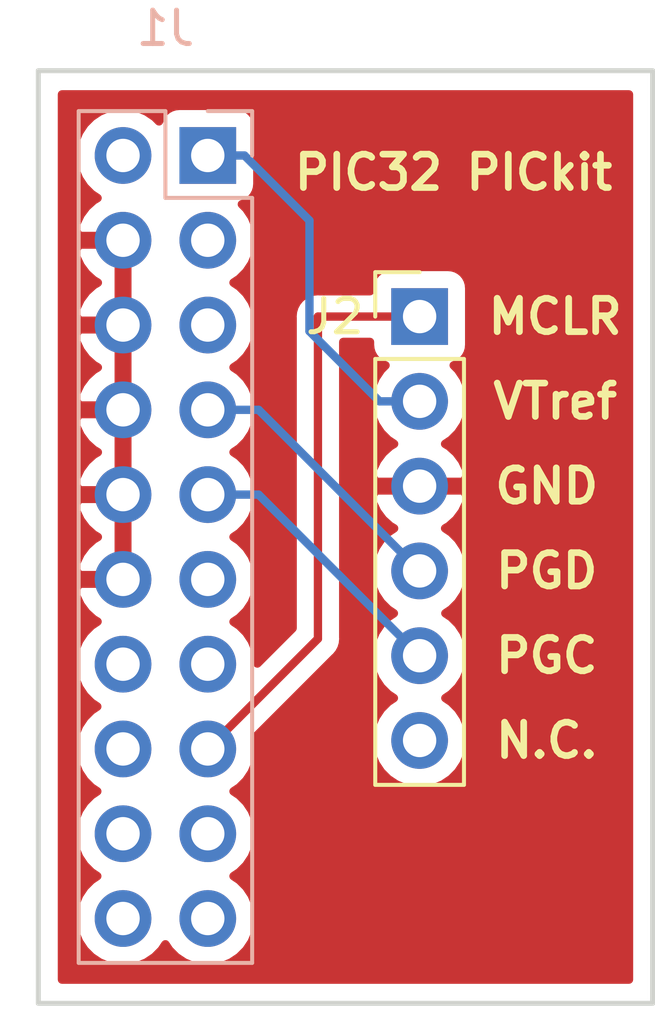
<source format=kicad_pcb>
(kicad_pcb (version 20171130) (host pcbnew "(5.1.5-0-10_14)")

  (general
    (thickness 1.6)
    (drawings 11)
    (tracks 12)
    (zones 0)
    (modules 2)
    (nets 18)
  )

  (page A4)
  (layers
    (0 F.Cu signal)
    (31 B.Cu signal)
    (32 B.Adhes user)
    (33 F.Adhes user)
    (34 B.Paste user)
    (35 F.Paste user)
    (36 B.SilkS user)
    (37 F.SilkS user)
    (38 B.Mask user)
    (39 F.Mask user)
    (40 Dwgs.User user)
    (41 Cmts.User user)
    (42 Eco1.User user)
    (43 Eco2.User user)
    (44 Edge.Cuts user)
    (45 Margin user)
    (46 B.CrtYd user)
    (47 F.CrtYd user)
    (48 B.Fab user)
    (49 F.Fab user)
  )

  (setup
    (last_trace_width 0.25)
    (trace_clearance 0.2)
    (zone_clearance 0.508)
    (zone_45_only no)
    (trace_min 0.2)
    (via_size 0.6)
    (via_drill 0.4)
    (via_min_size 0.4)
    (via_min_drill 0.3)
    (uvia_size 0.3)
    (uvia_drill 0.1)
    (uvias_allowed no)
    (uvia_min_size 0.2)
    (uvia_min_drill 0.1)
    (edge_width 0.15)
    (segment_width 0.2)
    (pcb_text_width 0.3)
    (pcb_text_size 1.5 1.5)
    (mod_edge_width 0.15)
    (mod_text_size 1 1)
    (mod_text_width 0.15)
    (pad_size 1.524 1.524)
    (pad_drill 0.762)
    (pad_to_mask_clearance 0.2)
    (aux_axis_origin 0 0)
    (visible_elements FFFFFF7F)
    (pcbplotparams
      (layerselection 0x00030_80000001)
      (usegerberextensions false)
      (usegerberattributes false)
      (usegerberadvancedattributes false)
      (creategerberjobfile false)
      (excludeedgelayer true)
      (linewidth 0.100000)
      (plotframeref false)
      (viasonmask false)
      (mode 1)
      (useauxorigin false)
      (hpglpennumber 1)
      (hpglpenspeed 20)
      (hpglpendiameter 15.000000)
      (psnegative false)
      (psa4output false)
      (plotreference true)
      (plotvalue true)
      (plotinvisibletext false)
      (padsonsilk false)
      (subtractmaskfromsilk false)
      (outputformat 1)
      (mirror false)
      (drillshape 1)
      (scaleselection 1)
      (outputdirectory ""))
  )

  (net 0 "")
  (net 1 "Net-(J1-Pad2)")
  (net 2 "Net-(J1-Pad3)")
  (net 3 "Net-(J1-Pad5)")
  (net 4 "Net-(J1-Pad11)")
  (net 5 "Net-(J1-Pad14)")
  (net 6 "Net-(J1-Pad16)")
  (net 7 "Net-(J1-Pad17)")
  (net 8 "Net-(J1-Pad18)")
  (net 9 "Net-(J1-Pad20)")
  (net 10 "Net-(J1-Pad1)")
  (net 11 "Net-(J1-Pad10)")
  (net 12 "Net-(J1-Pad7)")
  (net 13 "Net-(J1-Pad9)")
  (net 14 "Net-(J1-Pad13)")
  (net 15 "Net-(J1-Pad15)")
  (net 16 "Net-(J1-Pad19)")
  (net 17 "Net-(J2-Pad6)")

  (net_class Default "This is the default net class."
    (clearance 0.2)
    (trace_width 0.25)
    (via_dia 0.6)
    (via_drill 0.4)
    (uvia_dia 0.3)
    (uvia_drill 0.1)
    (add_net "Net-(J1-Pad1)")
    (add_net "Net-(J1-Pad10)")
    (add_net "Net-(J1-Pad11)")
    (add_net "Net-(J1-Pad13)")
    (add_net "Net-(J1-Pad14)")
    (add_net "Net-(J1-Pad15)")
    (add_net "Net-(J1-Pad16)")
    (add_net "Net-(J1-Pad17)")
    (add_net "Net-(J1-Pad18)")
    (add_net "Net-(J1-Pad19)")
    (add_net "Net-(J1-Pad2)")
    (add_net "Net-(J1-Pad20)")
    (add_net "Net-(J1-Pad3)")
    (add_net "Net-(J1-Pad5)")
    (add_net "Net-(J1-Pad7)")
    (add_net "Net-(J1-Pad9)")
    (add_net "Net-(J2-Pad6)")
  )

  (module Pin_Headers:Pin_Header_Straight_2x10_Pitch2.54mm (layer B.Cu) (tedit 5AA6543C) (tstamp 5AA597EF)
    (at 129.54 104.14 180)
    (descr "Through hole straight pin header, 2x10, 2.54mm pitch, double rows")
    (tags "Through hole pin header THT 2x10 2.54mm double row")
    (path /5AA44AAC)
    (fp_text reference J1 (at 1.27 3.81 180) (layer B.SilkS)
      (effects (font (size 1 1) (thickness 0.15)) (justify mirror))
    )
    (fp_text value CONN_02X10 (at 1.27 -25.19 180) (layer B.Fab)
      (effects (font (size 1 1) (thickness 0.15)) (justify mirror))
    )
    (fp_line (start 0 1.27) (end 3.81 1.27) (layer B.Fab) (width 0.1))
    (fp_line (start 3.81 1.27) (end 3.81 -24.13) (layer B.Fab) (width 0.1))
    (fp_line (start 3.81 -24.13) (end -1.27 -24.13) (layer B.Fab) (width 0.1))
    (fp_line (start -1.27 -24.13) (end -1.27 0) (layer B.Fab) (width 0.1))
    (fp_line (start -1.27 0) (end 0 1.27) (layer B.Fab) (width 0.1))
    (fp_line (start -1.33 -24.19) (end 3.87 -24.19) (layer B.SilkS) (width 0.12))
    (fp_line (start -1.33 -1.27) (end -1.33 -24.19) (layer B.SilkS) (width 0.12))
    (fp_line (start 3.87 1.33) (end 3.87 -24.19) (layer B.SilkS) (width 0.12))
    (fp_line (start -1.33 -1.27) (end 1.27 -1.27) (layer B.SilkS) (width 0.12))
    (fp_line (start 1.27 -1.27) (end 1.27 1.33) (layer B.SilkS) (width 0.12))
    (fp_line (start 1.27 1.33) (end 3.87 1.33) (layer B.SilkS) (width 0.12))
    (fp_line (start -1.33 0) (end -1.33 1.33) (layer B.SilkS) (width 0.12))
    (fp_line (start -1.33 1.33) (end 0 1.33) (layer B.SilkS) (width 0.12))
    (fp_line (start -1.8 1.8) (end -1.8 -24.65) (layer B.CrtYd) (width 0.05))
    (fp_line (start -1.8 -24.65) (end 4.35 -24.65) (layer B.CrtYd) (width 0.05))
    (fp_line (start 4.35 -24.65) (end 4.35 1.8) (layer B.CrtYd) (width 0.05))
    (fp_line (start 4.35 1.8) (end -1.8 1.8) (layer B.CrtYd) (width 0.05))
    (fp_text user %R (at 1.27 -11.43 90) (layer B.Fab)
      (effects (font (size 1 1) (thickness 0.15)) (justify mirror))
    )
    (pad 1 thru_hole rect (at 0 0 180) (size 1.7 1.7) (drill 1) (layers *.Cu *.Mask)
      (net 10 "Net-(J1-Pad1)"))
    (pad 2 thru_hole oval (at 2.54 0 180) (size 1.7 1.7) (drill 1) (layers *.Cu *.Mask)
      (net 1 "Net-(J1-Pad2)"))
    (pad 3 thru_hole oval (at 0 -2.54 180) (size 1.7 1.7) (drill 1) (layers *.Cu *.Mask)
      (net 2 "Net-(J1-Pad3)"))
    (pad 4 thru_hole oval (at 2.54 -2.54 180) (size 1.7 1.7) (drill 1) (layers *.Cu *.Mask)
      (net 11 "Net-(J1-Pad10)"))
    (pad 5 thru_hole oval (at 0 -5.08 180) (size 1.7 1.7) (drill 1) (layers *.Cu *.Mask)
      (net 3 "Net-(J1-Pad5)"))
    (pad 6 thru_hole oval (at 2.54 -5.08 180) (size 1.7 1.7) (drill 1) (layers *.Cu *.Mask)
      (net 11 "Net-(J1-Pad10)"))
    (pad 7 thru_hole oval (at 0 -7.62 180) (size 1.7 1.7) (drill 1) (layers *.Cu *.Mask)
      (net 12 "Net-(J1-Pad7)"))
    (pad 8 thru_hole oval (at 2.54 -7.62 180) (size 1.7 1.7) (drill 1) (layers *.Cu *.Mask)
      (net 11 "Net-(J1-Pad10)"))
    (pad 9 thru_hole oval (at 0 -10.16 180) (size 1.7 1.7) (drill 1) (layers *.Cu *.Mask)
      (net 13 "Net-(J1-Pad9)"))
    (pad 10 thru_hole oval (at 2.54 -10.16 180) (size 1.7 1.7) (drill 1) (layers *.Cu *.Mask)
      (net 11 "Net-(J1-Pad10)"))
    (pad 11 thru_hole oval (at 0 -12.7 180) (size 1.7 1.7) (drill 1) (layers *.Cu *.Mask)
      (net 4 "Net-(J1-Pad11)"))
    (pad 12 thru_hole oval (at 2.54 -12.7 180) (size 1.7 1.7) (drill 1) (layers *.Cu *.Mask)
      (net 11 "Net-(J1-Pad10)"))
    (pad 13 thru_hole oval (at 0 -15.24 180) (size 1.7 1.7) (drill 1) (layers *.Cu *.Mask)
      (net 14 "Net-(J1-Pad13)"))
    (pad 14 thru_hole oval (at 2.54 -15.24 180) (size 1.7 1.7) (drill 1) (layers *.Cu *.Mask)
      (net 5 "Net-(J1-Pad14)"))
    (pad 15 thru_hole oval (at 0 -17.78 180) (size 1.7 1.7) (drill 1) (layers *.Cu *.Mask)
      (net 15 "Net-(J1-Pad15)"))
    (pad 16 thru_hole oval (at 2.54 -17.78 180) (size 1.7 1.7) (drill 1) (layers *.Cu *.Mask)
      (net 6 "Net-(J1-Pad16)"))
    (pad 17 thru_hole oval (at 0 -20.32 180) (size 1.7 1.7) (drill 1) (layers *.Cu *.Mask)
      (net 7 "Net-(J1-Pad17)"))
    (pad 18 thru_hole oval (at 2.54 -20.32 180) (size 1.7 1.7) (drill 1) (layers *.Cu *.Mask)
      (net 8 "Net-(J1-Pad18)"))
    (pad 19 thru_hole oval (at 0 -22.86 180) (size 1.7 1.7) (drill 1) (layers *.Cu *.Mask)
      (net 16 "Net-(J1-Pad19)"))
    (pad 20 thru_hole oval (at 2.54 -22.86 180) (size 1.7 1.7) (drill 1) (layers *.Cu *.Mask)
      (net 9 "Net-(J1-Pad20)"))
    (model ${KISYS3DMOD}/Pin_Headers.3dshapes/Pin_Header_Straight_2x10_Pitch2.54mm.wrl
      (at (xyz 0 0 0))
      (scale (xyz 1 1 1))
      (rotate (xyz 0 0 0))
    )
  )

  (module Pin_Headers:Pin_Header_Straight_1x06_Pitch2.54mm (layer F.Cu) (tedit 5AA65422) (tstamp 5E6016DB)
    (at 135.89 108.966)
    (descr "Through hole straight pin header, 1x06, 2.54mm pitch, single row")
    (tags "Through hole pin header THT 1x06 2.54mm single row")
    (path /5AA44B05)
    (fp_text reference J2 (at -2.54 0) (layer F.SilkS)
      (effects (font (size 1 1) (thickness 0.15)))
    )
    (fp_text value CONN_01X06 (at 0 15.03) (layer F.Fab)
      (effects (font (size 1 1) (thickness 0.15)))
    )
    (fp_line (start -0.635 -1.27) (end 1.27 -1.27) (layer F.Fab) (width 0.1))
    (fp_line (start 1.27 -1.27) (end 1.27 13.97) (layer F.Fab) (width 0.1))
    (fp_line (start 1.27 13.97) (end -1.27 13.97) (layer F.Fab) (width 0.1))
    (fp_line (start -1.27 13.97) (end -1.27 -0.635) (layer F.Fab) (width 0.1))
    (fp_line (start -1.27 -0.635) (end -0.635 -1.27) (layer F.Fab) (width 0.1))
    (fp_line (start -1.33 14.03) (end 1.33 14.03) (layer F.SilkS) (width 0.12))
    (fp_line (start -1.33 1.27) (end -1.33 14.03) (layer F.SilkS) (width 0.12))
    (fp_line (start 1.33 1.27) (end 1.33 14.03) (layer F.SilkS) (width 0.12))
    (fp_line (start -1.33 1.27) (end 1.33 1.27) (layer F.SilkS) (width 0.12))
    (fp_line (start -1.33 0) (end -1.33 -1.33) (layer F.SilkS) (width 0.12))
    (fp_line (start -1.33 -1.33) (end 0 -1.33) (layer F.SilkS) (width 0.12))
    (fp_line (start -1.8 -1.8) (end -1.8 14.5) (layer F.CrtYd) (width 0.05))
    (fp_line (start -1.8 14.5) (end 1.8 14.5) (layer F.CrtYd) (width 0.05))
    (fp_line (start 1.8 14.5) (end 1.8 -1.8) (layer F.CrtYd) (width 0.05))
    (fp_line (start 1.8 -1.8) (end -1.8 -1.8) (layer F.CrtYd) (width 0.05))
    (fp_text user %R (at 0 6.35 90) (layer F.Fab)
      (effects (font (size 1 1) (thickness 0.15)))
    )
    (pad 1 thru_hole rect (at 0 0) (size 1.7 1.7) (drill 1) (layers *.Cu *.Mask)
      (net 15 "Net-(J1-Pad15)"))
    (pad 2 thru_hole oval (at 0 2.54) (size 1.7 1.7) (drill 1) (layers *.Cu *.Mask)
      (net 10 "Net-(J1-Pad1)"))
    (pad 3 thru_hole oval (at 0 5.08) (size 1.7 1.7) (drill 1) (layers *.Cu *.Mask)
      (net 11 "Net-(J1-Pad10)"))
    (pad 4 thru_hole oval (at 0 7.62) (size 1.7 1.7) (drill 1) (layers *.Cu *.Mask)
      (net 12 "Net-(J1-Pad7)"))
    (pad 5 thru_hole oval (at 0 10.16) (size 1.7 1.7) (drill 1) (layers *.Cu *.Mask)
      (net 13 "Net-(J1-Pad9)"))
    (pad 6 thru_hole oval (at 0 12.7) (size 1.7 1.7) (drill 1) (layers *.Cu *.Mask)
      (net 17 "Net-(J2-Pad6)"))
    (model ${KISYS3DMOD}/Pin_Headers.3dshapes/Pin_Header_Straight_1x06_Pitch2.54mm.wrl
      (at (xyz 0 0 0))
      (scale (xyz 1 1 1))
      (rotate (xyz 0 0 0))
    )
  )

  (gr_text GND (at 139.7 114.046) (layer F.SilkS)
    (effects (font (size 1 1) (thickness 0.2)))
  )
  (gr_text "PIC32 PICkit" (at 136.906 104.648) (layer F.SilkS)
    (effects (font (size 1 1) (thickness 0.2)))
  )
  (gr_text PGC (at 139.7 119.126) (layer F.SilkS)
    (effects (font (size 1 1) (thickness 0.2)))
  )
  (gr_text PGD (at 139.7 116.586) (layer F.SilkS)
    (effects (font (size 1 1) (thickness 0.2)))
  )
  (gr_text N.C. (at 139.7 121.666) (layer F.SilkS)
    (effects (font (size 1 1) (thickness 0.2)))
  )
  (gr_text MCLR (at 139.954 108.966) (layer F.SilkS)
    (effects (font (size 1 1) (thickness 0.2)))
  )
  (gr_text VTref (at 139.954 111.506) (layer F.SilkS)
    (effects (font (size 1 1) (thickness 0.2)))
  )
  (gr_line (start 124.46 129.54) (end 124.46 101.6) (angle 90) (layer Edge.Cuts) (width 0.15))
  (gr_line (start 142.875 129.54) (end 124.46 129.54) (angle 90) (layer Edge.Cuts) (width 0.15))
  (gr_line (start 142.875 101.6) (end 142.875 129.54) (angle 90) (layer Edge.Cuts) (width 0.15))
  (gr_line (start 124.46 101.6) (end 142.875 101.6) (angle 90) (layer Edge.Cuts) (width 0.15))

  (segment (start 134.687919 111.506) (end 132.588 109.406081) (width 0.25) (layer B.Cu) (net 10))
  (segment (start 135.89 111.506) (end 134.687919 111.506) (width 0.25) (layer B.Cu) (net 10))
  (segment (start 130.64 104.14) (end 129.54 104.14) (width 0.25) (layer B.Cu) (net 10))
  (segment (start 132.588 106.088) (end 130.64 104.14) (width 0.25) (layer B.Cu) (net 10))
  (segment (start 132.588 109.406081) (end 132.588 106.088) (width 0.25) (layer B.Cu) (net 10))
  (segment (start 131.064 111.76) (end 129.54 111.76) (width 0.25) (layer B.Cu) (net 12))
  (segment (start 135.89 116.586) (end 131.064 111.76) (width 0.25) (layer B.Cu) (net 12))
  (segment (start 135.89 119.126) (end 131.064 114.3) (width 0.25) (layer B.Cu) (net 13))
  (segment (start 131.064 114.3) (end 129.54 114.3) (width 0.25) (layer B.Cu) (net 13))
  (segment (start 135.89 108.966) (end 132.842 108.966) (width 0.25) (layer F.Cu) (net 15))
  (segment (start 132.842 118.618) (end 129.54 121.92) (width 0.25) (layer F.Cu) (net 15))
  (segment (start 132.842 108.966) (end 132.842 118.618) (width 0.25) (layer F.Cu) (net 15))

  (zone (net 11) (net_name "Net-(J1-Pad10)") (layer F.Cu) (tstamp 5E6017A5) (hatch edge 0.508)
    (connect_pads (clearance 0.508))
    (min_thickness 0.254)
    (fill yes (arc_segments 16) (thermal_gap 0.508) (thermal_bridge_width 0.508))
    (polygon
      (pts
        (xy 142.875 129.54) (xy 124.46 129.54) (xy 124.46 101.6) (xy 142.875 101.6)
      )
    )
    (filled_polygon
      (pts
        (xy 142.165001 128.83) (xy 125.17 128.83) (xy 125.17 114.65689) (xy 125.558524 114.65689) (xy 125.603175 114.804099)
        (xy 125.728359 115.06692) (xy 125.902412 115.300269) (xy 126.118645 115.495178) (xy 126.244255 115.57) (xy 126.118645 115.644822)
        (xy 125.902412 115.839731) (xy 125.728359 116.07308) (xy 125.603175 116.335901) (xy 125.558524 116.48311) (xy 125.679845 116.713)
        (xy 126.873 116.713) (xy 126.873 114.427) (xy 125.679845 114.427) (xy 125.558524 114.65689) (xy 125.17 114.65689)
        (xy 125.17 112.11689) (xy 125.558524 112.11689) (xy 125.603175 112.264099) (xy 125.728359 112.52692) (xy 125.902412 112.760269)
        (xy 126.118645 112.955178) (xy 126.244255 113.03) (xy 126.118645 113.104822) (xy 125.902412 113.299731) (xy 125.728359 113.53308)
        (xy 125.603175 113.795901) (xy 125.558524 113.94311) (xy 125.679845 114.173) (xy 126.873 114.173) (xy 126.873 111.887)
        (xy 125.679845 111.887) (xy 125.558524 112.11689) (xy 125.17 112.11689) (xy 125.17 109.57689) (xy 125.558524 109.57689)
        (xy 125.603175 109.724099) (xy 125.728359 109.98692) (xy 125.902412 110.220269) (xy 126.118645 110.415178) (xy 126.244255 110.49)
        (xy 126.118645 110.564822) (xy 125.902412 110.759731) (xy 125.728359 110.99308) (xy 125.603175 111.255901) (xy 125.558524 111.40311)
        (xy 125.679845 111.633) (xy 126.873 111.633) (xy 126.873 109.347) (xy 125.679845 109.347) (xy 125.558524 109.57689)
        (xy 125.17 109.57689) (xy 125.17 107.03689) (xy 125.558524 107.03689) (xy 125.603175 107.184099) (xy 125.728359 107.44692)
        (xy 125.902412 107.680269) (xy 126.118645 107.875178) (xy 126.244255 107.95) (xy 126.118645 108.024822) (xy 125.902412 108.219731)
        (xy 125.728359 108.45308) (xy 125.603175 108.715901) (xy 125.558524 108.86311) (xy 125.679845 109.093) (xy 126.873 109.093)
        (xy 126.873 106.807) (xy 125.679845 106.807) (xy 125.558524 107.03689) (xy 125.17 107.03689) (xy 125.17 103.99374)
        (xy 125.515 103.99374) (xy 125.515 104.28626) (xy 125.572068 104.573158) (xy 125.68401 104.843411) (xy 125.846525 105.086632)
        (xy 126.053368 105.293475) (xy 126.235534 105.415195) (xy 126.118645 105.484822) (xy 125.902412 105.679731) (xy 125.728359 105.91308)
        (xy 125.603175 106.175901) (xy 125.558524 106.32311) (xy 125.679845 106.553) (xy 126.873 106.553) (xy 126.873 106.533)
        (xy 127.127 106.533) (xy 127.127 106.553) (xy 127.147 106.553) (xy 127.147 106.807) (xy 127.127 106.807)
        (xy 127.127 109.093) (xy 127.147 109.093) (xy 127.147 109.347) (xy 127.127 109.347) (xy 127.127 111.633)
        (xy 127.147 111.633) (xy 127.147 111.887) (xy 127.127 111.887) (xy 127.127 114.173) (xy 127.147 114.173)
        (xy 127.147 114.427) (xy 127.127 114.427) (xy 127.127 116.713) (xy 127.147 116.713) (xy 127.147 116.967)
        (xy 127.127 116.967) (xy 127.127 116.987) (xy 126.873 116.987) (xy 126.873 116.967) (xy 125.679845 116.967)
        (xy 125.558524 117.19689) (xy 125.603175 117.344099) (xy 125.728359 117.60692) (xy 125.902412 117.840269) (xy 126.118645 118.035178)
        (xy 126.235534 118.104805) (xy 126.053368 118.226525) (xy 125.846525 118.433368) (xy 125.68401 118.676589) (xy 125.572068 118.946842)
        (xy 125.515 119.23374) (xy 125.515 119.52626) (xy 125.572068 119.813158) (xy 125.68401 120.083411) (xy 125.846525 120.326632)
        (xy 126.053368 120.533475) (xy 126.22776 120.65) (xy 126.053368 120.766525) (xy 125.846525 120.973368) (xy 125.68401 121.216589)
        (xy 125.572068 121.486842) (xy 125.515 121.77374) (xy 125.515 122.06626) (xy 125.572068 122.353158) (xy 125.68401 122.623411)
        (xy 125.846525 122.866632) (xy 126.053368 123.073475) (xy 126.22776 123.19) (xy 126.053368 123.306525) (xy 125.846525 123.513368)
        (xy 125.68401 123.756589) (xy 125.572068 124.026842) (xy 125.515 124.31374) (xy 125.515 124.60626) (xy 125.572068 124.893158)
        (xy 125.68401 125.163411) (xy 125.846525 125.406632) (xy 126.053368 125.613475) (xy 126.22776 125.73) (xy 126.053368 125.846525)
        (xy 125.846525 126.053368) (xy 125.68401 126.296589) (xy 125.572068 126.566842) (xy 125.515 126.85374) (xy 125.515 127.14626)
        (xy 125.572068 127.433158) (xy 125.68401 127.703411) (xy 125.846525 127.946632) (xy 126.053368 128.153475) (xy 126.296589 128.31599)
        (xy 126.566842 128.427932) (xy 126.85374 128.485) (xy 127.14626 128.485) (xy 127.433158 128.427932) (xy 127.703411 128.31599)
        (xy 127.946632 128.153475) (xy 128.153475 127.946632) (xy 128.27 127.77224) (xy 128.386525 127.946632) (xy 128.593368 128.153475)
        (xy 128.836589 128.31599) (xy 129.106842 128.427932) (xy 129.39374 128.485) (xy 129.68626 128.485) (xy 129.973158 128.427932)
        (xy 130.243411 128.31599) (xy 130.486632 128.153475) (xy 130.693475 127.946632) (xy 130.85599 127.703411) (xy 130.967932 127.433158)
        (xy 131.025 127.14626) (xy 131.025 126.85374) (xy 130.967932 126.566842) (xy 130.85599 126.296589) (xy 130.693475 126.053368)
        (xy 130.486632 125.846525) (xy 130.31224 125.73) (xy 130.486632 125.613475) (xy 130.693475 125.406632) (xy 130.85599 125.163411)
        (xy 130.967932 124.893158) (xy 131.025 124.60626) (xy 131.025 124.31374) (xy 130.967932 124.026842) (xy 130.85599 123.756589)
        (xy 130.693475 123.513368) (xy 130.486632 123.306525) (xy 130.31224 123.19) (xy 130.486632 123.073475) (xy 130.693475 122.866632)
        (xy 130.85599 122.623411) (xy 130.967932 122.353158) (xy 131.025 122.06626) (xy 131.025 121.77374) (xy 130.981209 121.553592)
        (xy 133.353003 119.181799) (xy 133.382001 119.158001) (xy 133.476974 119.042276) (xy 133.547546 118.910247) (xy 133.591003 118.766986)
        (xy 133.602 118.655333) (xy 133.602 118.655324) (xy 133.605676 118.618001) (xy 133.602 118.580678) (xy 133.602 116.43974)
        (xy 134.405 116.43974) (xy 134.405 116.73226) (xy 134.462068 117.019158) (xy 134.57401 117.289411) (xy 134.736525 117.532632)
        (xy 134.943368 117.739475) (xy 135.11776 117.856) (xy 134.943368 117.972525) (xy 134.736525 118.179368) (xy 134.57401 118.422589)
        (xy 134.462068 118.692842) (xy 134.405 118.97974) (xy 134.405 119.27226) (xy 134.462068 119.559158) (xy 134.57401 119.829411)
        (xy 134.736525 120.072632) (xy 134.943368 120.279475) (xy 135.11776 120.396) (xy 134.943368 120.512525) (xy 134.736525 120.719368)
        (xy 134.57401 120.962589) (xy 134.462068 121.232842) (xy 134.405 121.51974) (xy 134.405 121.81226) (xy 134.462068 122.099158)
        (xy 134.57401 122.369411) (xy 134.736525 122.612632) (xy 134.943368 122.819475) (xy 135.186589 122.98199) (xy 135.456842 123.093932)
        (xy 135.74374 123.151) (xy 136.03626 123.151) (xy 136.323158 123.093932) (xy 136.593411 122.98199) (xy 136.836632 122.819475)
        (xy 137.043475 122.612632) (xy 137.20599 122.369411) (xy 137.317932 122.099158) (xy 137.375 121.81226) (xy 137.375 121.51974)
        (xy 137.317932 121.232842) (xy 137.20599 120.962589) (xy 137.043475 120.719368) (xy 136.836632 120.512525) (xy 136.66224 120.396)
        (xy 136.836632 120.279475) (xy 137.043475 120.072632) (xy 137.20599 119.829411) (xy 137.317932 119.559158) (xy 137.375 119.27226)
        (xy 137.375 118.97974) (xy 137.317932 118.692842) (xy 137.20599 118.422589) (xy 137.043475 118.179368) (xy 136.836632 117.972525)
        (xy 136.66224 117.856) (xy 136.836632 117.739475) (xy 137.043475 117.532632) (xy 137.20599 117.289411) (xy 137.317932 117.019158)
        (xy 137.375 116.73226) (xy 137.375 116.43974) (xy 137.317932 116.152842) (xy 137.20599 115.882589) (xy 137.043475 115.639368)
        (xy 136.836632 115.432525) (xy 136.654466 115.310805) (xy 136.771355 115.241178) (xy 136.987588 115.046269) (xy 137.161641 114.81292)
        (xy 137.286825 114.550099) (xy 137.331476 114.40289) (xy 137.210155 114.173) (xy 136.017 114.173) (xy 136.017 114.193)
        (xy 135.763 114.193) (xy 135.763 114.173) (xy 134.569845 114.173) (xy 134.448524 114.40289) (xy 134.493175 114.550099)
        (xy 134.618359 114.81292) (xy 134.792412 115.046269) (xy 135.008645 115.241178) (xy 135.125534 115.310805) (xy 134.943368 115.432525)
        (xy 134.736525 115.639368) (xy 134.57401 115.882589) (xy 134.462068 116.152842) (xy 134.405 116.43974) (xy 133.602 116.43974)
        (xy 133.602 109.726) (xy 134.401928 109.726) (xy 134.401928 109.816) (xy 134.414188 109.940482) (xy 134.450498 110.06018)
        (xy 134.509463 110.170494) (xy 134.588815 110.267185) (xy 134.685506 110.346537) (xy 134.79582 110.405502) (xy 134.86838 110.427513)
        (xy 134.736525 110.559368) (xy 134.57401 110.802589) (xy 134.462068 111.072842) (xy 134.405 111.35974) (xy 134.405 111.65226)
        (xy 134.462068 111.939158) (xy 134.57401 112.209411) (xy 134.736525 112.452632) (xy 134.943368 112.659475) (xy 135.125534 112.781195)
        (xy 135.008645 112.850822) (xy 134.792412 113.045731) (xy 134.618359 113.27908) (xy 134.493175 113.541901) (xy 134.448524 113.68911)
        (xy 134.569845 113.919) (xy 135.763 113.919) (xy 135.763 113.899) (xy 136.017 113.899) (xy 136.017 113.919)
        (xy 137.210155 113.919) (xy 137.331476 113.68911) (xy 137.286825 113.541901) (xy 137.161641 113.27908) (xy 136.987588 113.045731)
        (xy 136.771355 112.850822) (xy 136.654466 112.781195) (xy 136.836632 112.659475) (xy 137.043475 112.452632) (xy 137.20599 112.209411)
        (xy 137.317932 111.939158) (xy 137.375 111.65226) (xy 137.375 111.35974) (xy 137.317932 111.072842) (xy 137.20599 110.802589)
        (xy 137.043475 110.559368) (xy 136.91162 110.427513) (xy 136.98418 110.405502) (xy 137.094494 110.346537) (xy 137.191185 110.267185)
        (xy 137.270537 110.170494) (xy 137.329502 110.06018) (xy 137.365812 109.940482) (xy 137.378072 109.816) (xy 137.378072 108.116)
        (xy 137.365812 107.991518) (xy 137.329502 107.87182) (xy 137.270537 107.761506) (xy 137.191185 107.664815) (xy 137.094494 107.585463)
        (xy 136.98418 107.526498) (xy 136.864482 107.490188) (xy 136.74 107.477928) (xy 135.04 107.477928) (xy 134.915518 107.490188)
        (xy 134.79582 107.526498) (xy 134.685506 107.585463) (xy 134.588815 107.664815) (xy 134.509463 107.761506) (xy 134.450498 107.87182)
        (xy 134.414188 107.991518) (xy 134.401928 108.116) (xy 134.401928 108.206) (xy 132.879333 108.206) (xy 132.842 108.202323)
        (xy 132.804667 108.206) (xy 132.693014 108.216997) (xy 132.549753 108.260454) (xy 132.417724 108.331026) (xy 132.301999 108.425999)
        (xy 132.207026 108.541724) (xy 132.136454 108.673753) (xy 132.092997 108.817014) (xy 132.078323 108.966) (xy 132.082 109.003333)
        (xy 132.082001 118.303197) (xy 131.025 119.360198) (xy 131.025 119.23374) (xy 130.967932 118.946842) (xy 130.85599 118.676589)
        (xy 130.693475 118.433368) (xy 130.486632 118.226525) (xy 130.31224 118.11) (xy 130.486632 117.993475) (xy 130.693475 117.786632)
        (xy 130.85599 117.543411) (xy 130.967932 117.273158) (xy 131.025 116.98626) (xy 131.025 116.69374) (xy 130.967932 116.406842)
        (xy 130.85599 116.136589) (xy 130.693475 115.893368) (xy 130.486632 115.686525) (xy 130.31224 115.57) (xy 130.486632 115.453475)
        (xy 130.693475 115.246632) (xy 130.85599 115.003411) (xy 130.967932 114.733158) (xy 131.025 114.44626) (xy 131.025 114.15374)
        (xy 130.967932 113.866842) (xy 130.85599 113.596589) (xy 130.693475 113.353368) (xy 130.486632 113.146525) (xy 130.31224 113.03)
        (xy 130.486632 112.913475) (xy 130.693475 112.706632) (xy 130.85599 112.463411) (xy 130.967932 112.193158) (xy 131.025 111.90626)
        (xy 131.025 111.61374) (xy 130.967932 111.326842) (xy 130.85599 111.056589) (xy 130.693475 110.813368) (xy 130.486632 110.606525)
        (xy 130.31224 110.49) (xy 130.486632 110.373475) (xy 130.693475 110.166632) (xy 130.85599 109.923411) (xy 130.967932 109.653158)
        (xy 131.025 109.36626) (xy 131.025 109.07374) (xy 130.967932 108.786842) (xy 130.85599 108.516589) (xy 130.693475 108.273368)
        (xy 130.486632 108.066525) (xy 130.31224 107.95) (xy 130.486632 107.833475) (xy 130.693475 107.626632) (xy 130.85599 107.383411)
        (xy 130.967932 107.113158) (xy 131.025 106.82626) (xy 131.025 106.53374) (xy 130.967932 106.246842) (xy 130.85599 105.976589)
        (xy 130.693475 105.733368) (xy 130.56162 105.601513) (xy 130.63418 105.579502) (xy 130.744494 105.520537) (xy 130.841185 105.441185)
        (xy 130.920537 105.344494) (xy 130.979502 105.23418) (xy 131.015812 105.114482) (xy 131.028072 104.99) (xy 131.028072 103.29)
        (xy 131.015812 103.165518) (xy 130.979502 103.04582) (xy 130.920537 102.935506) (xy 130.841185 102.838815) (xy 130.744494 102.759463)
        (xy 130.63418 102.700498) (xy 130.514482 102.664188) (xy 130.39 102.651928) (xy 128.69 102.651928) (xy 128.565518 102.664188)
        (xy 128.44582 102.700498) (xy 128.335506 102.759463) (xy 128.238815 102.838815) (xy 128.159463 102.935506) (xy 128.100498 103.04582)
        (xy 128.078487 103.11838) (xy 127.946632 102.986525) (xy 127.703411 102.82401) (xy 127.433158 102.712068) (xy 127.14626 102.655)
        (xy 126.85374 102.655) (xy 126.566842 102.712068) (xy 126.296589 102.82401) (xy 126.053368 102.986525) (xy 125.846525 103.193368)
        (xy 125.68401 103.436589) (xy 125.572068 103.706842) (xy 125.515 103.99374) (xy 125.17 103.99374) (xy 125.17 102.31)
        (xy 142.165 102.31)
      )
    )
  )
)

</source>
